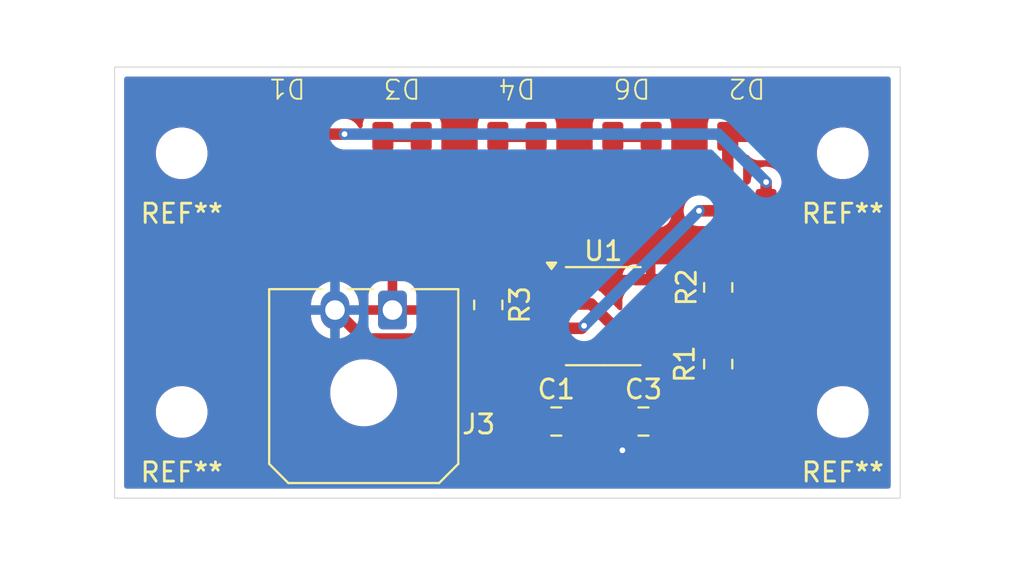
<source format=kicad_pcb>
(kicad_pcb (version 20241229) (generator "pcbnew") (generator_version "9.0")
  (layers (0 "F.Cu" signal) (2 "B.Cu" signal) (13 "F.Paste" user) (15 "B.Paste" user) (5 "F.SilkS" user "F.Silkscreen") (7 "B.SilkS" user "B.Silkscreen") (1 "F.Mask" user) (3 "B.Mask" user) (25 "Edge.Cuts" user))
  (net 0 "")
  (net 1 "GND")
  (net 2 "Net-(U1-THR)")
  (net 3 "Net-(U1-CV)")
  (net 4 "Net-(D1-A)")
  (net 5 "Net-(D1-K)")
  (net 6 "Net-(D2-A)")
  (net 7 "Net-(D3-K)")
  (net 8 "Net-(D4-K)")
  (net 9 "Net-(D6-K)")
  (net 10 "+12V")
  (net 11 "Net-(U1-DIS)")
  (footprint "MountingHole:MountingHole_2.2mm_M2" (layer "F.Cu") (at 127.5 100 180)
    (property "Reference" "REF**" (at 0 -3.15 0) (layer "F.SilkS"))
    (property "Value" "MountingHole_2.2mm_M2")
    (pad "" np_thru_hole circle (at 0 0 180) (size 2.2 2.2) (drill 2.2) (layers "*.Cu" "*.Mask"))
  )
  (footprint "FirstProject Sep6-FOOTPRINT:HSMA-A421-Y00M1" (layer "F.Cu") (at 139 96.1125 180)
    (property "Reference" "D3" (at 0 -0.5 180) (layer "F.SilkS") (effects (font (thickness 0.1))))
    (property "Value" "LED")
    (pad "1" smd roundrect (at -1 -6.5 270) (size 1.5 1.1) (layers "F.Cu" "F.Mask" "F.Paste") (roundrect_rratio 0.15) (net 7 "Net-(D3-K)"))
    (pad "2" smd roundrect (at -1 -3 270) (size 1.5 1.1) (layers "F.Cu" "F.Mask" "F.Paste") (roundrect_rratio 0.15) (net 5 "Net-(D1-K)"))
    (pad "2" smd roundrect (at 1 -6.5 270) (size 1.5 1.1) (layers "F.Cu" "F.Mask" "F.Paste") (roundrect_rratio 0.15) (net 5 "Net-(D1-K)"))
    (pad "2" smd roundrect (at 1 -3 270) (size 1.5 1.1) (layers "F.Cu" "F.Mask" "F.Paste") (roundrect_rratio 0.15) (net 5 "Net-(D1-K)"))
  )
  (footprint "FirstProject Sep6-FOOTPRINT:HSMA-A421-Y00M1" (layer "F.Cu") (at 151 96.1125 180)
    (property "Reference" "D6" (at 0 -0.5 180) (layer "F.SilkS") (effects (font (thickness 0.1))))
    (property "Value" "LED")
    (pad "1" smd roundrect (at -1 -6.5 270) (size 1.5 1.1) (layers "F.Cu" "F.Mask" "F.Paste") (roundrect_rratio 0.15) (net 9 "Net-(D6-K)"))
    (pad "2" smd roundrect (at -1 -3 270) (size 1.5 1.1) (layers "F.Cu" "F.Mask" "F.Paste") (roundrect_rratio 0.15) (net 8 "Net-(D4-K)"))
    (pad "2" smd roundrect (at 1 -6.5 270) (size 1.5 1.1) (layers "F.Cu" "F.Mask" "F.Paste") (roundrect_rratio 0.15) (net 8 "Net-(D4-K)"))
    (pad "2" smd roundrect (at 1 -3 270) (size 1.5 1.1) (layers "F.Cu" "F.Mask" "F.Paste") (roundrect_rratio 0.15) (net 8 "Net-(D4-K)"))
  )
  (footprint "MountingHole:MountingHole_2.2mm_M2" (layer "F.Cu") (at 162 100 180)
    (property "Reference" "REF**" (at 0 -3.15 0) (layer "F.SilkS"))
    (property "Value" "MountingHole_2.2mm_M2")
    (pad "" np_thru_hole circle (at 0 0 180) (size 2.2 2.2) (drill 2.2) (layers "*.Cu" "*.Mask"))
  )
  (footprint "Resistor_SMD:R_0805_2012Metric" (layer "F.Cu") (at 155.5 107 90)
    (property "Reference" "R2" (at 0 -1.65 90) (layer "F.SilkS"))
    (property "Value" "58K")
    (fp_line (start -0.227064 -0.735) (end 0.227064 -0.735) (stroke (width 0.12)) (layer "F.SilkS"))
    (fp_line (start -0.227064 0.735) (end 0.227064 0.735) (stroke (width 0.12)) (layer "F.SilkS"))
    (pad "1" smd roundrect (at -0.9125 0 90) (size 1.025 1.4) (layers "F.Cu" "F.Mask" "F.Paste") (roundrect_rratio 0.243902) (net 11 "Net-(U1-DIS)"))
    (pad "2" smd roundrect (at 0.9125 0 90) (size 1.025 1.4) (layers "F.Cu" "F.Mask" "F.Paste") (roundrect_rratio 0.243902) (net 10 "+12V"))
  )
  (footprint "Capacitor_SMD:C_0805_2012Metric" (layer "F.Cu") (at 151.6 114)
    (property "Reference" "C3" (at 0 -1.68 0) (layer "F.SilkS"))
    (property "Value" "0.01u")
    (fp_line (start -0.261252 -0.735) (end 0.261252 -0.735) (stroke (width 0.12)) (layer "F.SilkS"))
    (fp_line (start -0.261252 0.735) (end 0.261252 0.735) (stroke (width 0.12)) (layer "F.SilkS"))
    (pad "1" smd roundrect (at -0.95 0) (size 1 1.45) (layers "F.Cu" "F.Mask" "F.Paste") (net 3 "Net-(U1-CV)"))
    (pad "2" smd roundrect (at 0.95 0) (size 1 1.45) (layers "F.Cu" "F.Mask" "F.Paste") (net 1 "GND"))
  )
  (footprint "Capacitor_SMD:C_0805_2012Metric" (layer "F.Cu") (at 147.05 114)
    (property "Reference" "C1" (at 0 -1.68 0) (layer "F.SilkS"))
    (property "Value" "10u")
    (fp_line (start -0.261252 -0.735) (end 0.261252 -0.735) (stroke (width 0.12)) (layer "F.SilkS"))
    (fp_line (start -0.261252 0.735) (end 0.261252 0.735) (stroke (width 0.12)) (layer "F.SilkS"))
    (pad "1" smd roundrect (at -0.95 0) (size 1 1.45) (layers "F.Cu" "F.Mask" "F.Paste") (net 2 "Net-(U1-THR)"))
    (pad "2" smd roundrect (at 0.95 0) (size 1 1.45) (layers "F.Cu" "F.Mask" "F.Paste") (net 1 "GND"))
  )
  (footprint "FirstProject Sep6-FOOTPRINT:HSMA-A421-Y00M1" (layer "F.Cu") (at 133 96.1125 180)
    (property "Reference" "D1" (at 0 -0.5 180) (layer "F.SilkS") (effects (font (thickness 0.1))))
    (property "Value" "LED")
    (pad "1" smd roundrect (at -1 -6.5 270) (size 1.5 1.1) (layers "F.Cu" "F.Mask" "F.Paste") (roundrect_rratio 0.15) (net 5 "Net-(D1-K)"))
    (pad "2" smd roundrect (at -1 -3 270) (size 1.5 1.1) (layers "F.Cu" "F.Mask" "F.Paste") (roundrect_rratio 0.15) (net 4 "Net-(D1-A)"))
    (pad "2" smd roundrect (at 1 -6.5 270) (size 1.5 1.1) (layers "F.Cu" "F.Mask" "F.Paste") (roundrect_rratio 0.15) (net 4 "Net-(D1-A)"))
    (pad "2" smd roundrect (at 1 -3 270) (size 1.5 1.1) (layers "F.Cu" "F.Mask" "F.Paste") (roundrect_rratio 0.15) (net 4 "Net-(D1-A)"))
  )
  (footprint "Resistor_SMD:R_0805_2012Metric" (layer "F.Cu") (at 143.5 107.9125 -90)
    (property "Reference" "R3" (at 0 -1.65 90) (layer "F.SilkS"))
    (property "Value" "25")
    (fp_line (start -0.227064 0.735) (end 0.227064 0.735) (stroke (width 0.12)) (layer "F.SilkS"))
    (fp_line (start -0.227064 -0.735) (end 0.227064 -0.735) (stroke (width 0.12)) (layer "F.SilkS"))
    (pad "1" smd roundrect (at -0.9125 0 270) (size 1.025 1.4) (layers "F.Cu" "F.Mask" "F.Paste") (roundrect_rratio 0.243902) (net 9 "Net-(D6-K)"))
    (pad "2" smd roundrect (at 0.9125 0 270) (size 1.025 1.4) (layers "F.Cu" "F.Mask" "F.Paste") (roundrect_rratio 0.243902) (net 1 "GND"))
  )
  (footprint "MountingHole:MountingHole_2.2mm_M2" (layer "F.Cu") (at 127.5 113.5 180)
    (property "Reference" "REF**" (at 0 -3.15 0) (layer "F.SilkS"))
    (property "Value" "MountingHole_2.2mm_M2")
    (pad "" np_thru_hole circle (at 0 0 180) (size 2.2 2.2) (drill 2.2) (layers "*.Cu" "*.Mask"))
  )
  (footprint "MountingHole:MountingHole_2.2mm_M2" (layer "F.Cu") (at 162 113.5 180)
    (property "Reference" "REF**" (at 0 -3.15 0) (layer "F.SilkS"))
    (property "Value" "MountingHole_2.2mm_M2")
    (pad "" np_thru_hole circle (at 0 0 180) (size 2.2 2.2) (drill 2.2) (layers "*.Cu" "*.Mask"))
  )
  (footprint "Connector_Molex:Molex_Micro-Fit_3.0_43650-0200_1x02_P3.00mm_Horizontal" (layer "F.Cu") (at 138.5 108.18 180)
    (property "Reference" "J3" (at -4.5 -5.965 0) (layer "F.SilkS"))
    (property "Value" "Conn_01x02_Socket")
    (fp_line (start 6.435 1.09) (end 3.651767 1.09) (stroke (width 0.12)) (layer "F.SilkS"))
    (fp_line (start 6.435 -8.03) (end 6.435 1.09) (stroke (width 0.12)) (layer "F.SilkS"))
    (fp_line (start 5.435 -9.03) (end 6.435 -8.03) (stroke (width 0.12)) (layer "F.SilkS"))
    (fp_line (start 1.01 1.09) (end 2.348233 1.09) (stroke (width 0.12)) (layer "F.SilkS"))
    (fp_line (start -2.435 -9.03) (end 5.435 -9.03) (stroke (width 0.12)) (layer "F.SilkS"))
    (fp_line (start -3.435 1.09) (end -1.01 1.09) (stroke (width 0.12)) (layer "F.SilkS"))
    (fp_line (start -3.435 1.09) (end -3.435 -8.03) (stroke (width 0.12)) (layer "F.SilkS"))
    (fp_line (start -3.435 -8.03) (end -2.435 -9.03) (stroke (width 0.12)) (layer "F.SilkS"))
    (pad "" np_thru_hole circle (at 1.5 -4.32 180) (size 3 3) (drill 3) (layers "*.Cu" "*.Mask"))
    (pad "1" thru_hole roundrect (at 0 0 180) (size 1.5 2.02) (drill 1.02) (layers "*.Cu" "*.Mask") (roundrect_rratio 0.166667) (net 10 "+12V"))
    (pad "2" thru_hole oval (at 3 0 180) (size 1.5 2.02) (drill 1.02) (layers "*.Cu" "*.Mask") (net 1 "GND"))
  )
  (footprint "Package_SO:SOIC-8_3.9x4.9mm_P1.27mm" (layer "F.Cu") (at 149.5 108.5)
    (property "Reference" "U1" (at 0 -3.4 0) (layer "F.SilkS"))
    (property "Value" "LM555xM")
    (fp_line (start 0 -2.56) (end -1.95 -2.56) (stroke (width 0.12)) (layer "F.SilkS"))
    (fp_line (start 0 -2.56) (end 1.95 -2.56) (stroke (width 0.12)) (layer "F.SilkS"))
    (fp_line (start 0 2.56) (end -1.95 2.56) (stroke (width 0.12)) (layer "F.SilkS"))
    (fp_line (start 0 2.56) (end 1.95 2.56) (stroke (width 0.12)) (layer "F.SilkS"))
    (fp_poly (pts (xy -2.7 -2.465) (xy -2.94 -2.795) (xy -2.46 -2.795)) (stroke (width 0.12)) (fill yes) (layer "F.SilkS"))
    (pad "1" smd roundrect (at -2.475 -1.905) (size 1.95 0.6) (layers "F.Cu" "F.Mask" "F.Paste") (net 1 "GND"))
    (pad "2" smd roundrect (at -2.475 -0.635) (size 1.95 0.6) (layers "F.Cu" "F.Mask" "F.Paste") (net 2 "Net-(U1-THR)"))
    (pad "3" smd roundrect (at -2.475 0.635) (size 1.95 0.6) (layers "F.Cu" "F.Mask" "F.Paste") (net 6 "Net-(D2-A)"))
    (pad "4" smd roundrect (at -2.475 1.905) (size 1.95 0.6) (layers "F.Cu" "F.Mask" "F.Paste") (net 10 "+12V"))
    (pad "5" smd roundrect (at 2.475 1.905) (size 1.95 0.6) (layers "F.Cu" "F.Mask" "F.Paste") (net 3 "Net-(U1-CV)"))
    (pad "6" smd roundrect (at 2.475 0.635) (size 1.95 0.6) (layers "F.Cu" "F.Mask" "F.Paste") (net 2 "Net-(U1-THR)"))
    (pad "7" smd roundrect (at 2.475 -0.635) (size 1.95 0.6) (layers "F.Cu" "F.Mask" "F.Paste") (net 11 "Net-(U1-DIS)"))
    (pad "8" smd roundrect (at 2.475 -1.905) (size 1.95 0.6) (layers "F.Cu" "F.Mask" "F.Paste") (net 10 "+12V"))
  )
  (footprint "FirstProject Sep6-FOOTPRINT:HSMA-A421-Y00M1" (layer "F.Cu") (at 157 96.1125 180)
    (property "Reference" "D2" (at 0 -0.5 180) (layer "F.SilkS") (effects (font (thickness 0.1))))
    (property "Value" "LED")
    (pad "1" smd roundrect (at -1 -6.5 270) (size 1.5 1.1) (layers "F.Cu" "F.Mask" "F.Paste") (roundrect_rratio 0.15) (net 4 "Net-(D1-A)"))
    (pad "2" smd roundrect (at -1 -3 270) (size 1.5 1.1) (layers "F.Cu" "F.Mask" "F.Paste") (roundrect_rratio 0.15) (net 6 "Net-(D2-A)"))
    (pad "2" smd roundrect (at 1 -6.5 270) (size 1.5 1.1) (layers "F.Cu" "F.Mask" "F.Paste") (roundrect_rratio 0.15) (net 6 "Net-(D2-A)"))
    (pad "2" smd roundrect (at 1 -3 270) (size 1.5 1.1) (layers "F.Cu" "F.Mask" "F.Paste") (roundrect_rratio 0.15) (net 6 "Net-(D2-A)"))
  )
  (footprint "Resistor_SMD:R_0805_2012Metric" (layer "F.Cu") (at 155.5 111 90)
    (property "Reference" "R1" (at 0 -1.75 90) (layer "F.SilkS"))
    (property "Value" "115K")
    (fp_line (start -0.227064 -0.735) (end 0.227064 -0.735) (stroke (width 0.12)) (layer "F.SilkS"))
    (fp_line (start -0.227064 0.735) (end 0.227064 0.735) (stroke (width 0.12)) (layer "F.SilkS"))
    (pad "1" smd roundrect (at -0.9125 0 90) (size 1.025 1.4) (layers "F.Cu" "F.Mask" "F.Paste") (roundrect_rratio 0.243902) (net 2 "Net-(U1-THR)"))
    (pad "2" smd roundrect (at 0.9125 0 90) (size 1.025 1.4) (layers "F.Cu" "F.Mask" "F.Paste") (roundrect_rratio 0.243902) (net 11 "Net-(U1-DIS)"))
  )
  (footprint "FirstProject Sep6-FOOTPRINT:HSMA-A421-Y00M1" (layer "F.Cu") (at 145 96.1125 180)
    (property "Reference" "D4" (at 0 -0.5 180) (layer "F.SilkS") (effects (font (thickness 0.1))))
    (property "Value" "LED")
    (pad "1" smd roundrect (at -1 -6.5 270) (size 1.5 1.1) (layers "F.Cu" "F.Mask" "F.Paste") (roundrect_rratio 0.15) (net 8 "Net-(D4-K)"))
    (pad "2" smd roundrect (at -1 -3 270) (size 1.5 1.1) (layers "F.Cu" "F.Mask" "F.Paste") (roundrect_rratio 0.15) (net 7 "Net-(D3-K)"))
    (pad "2" smd roundrect (at 1 -6.5 270) (size 1.5 1.1) (layers "F.Cu" "F.Mask" "F.Paste") (roundrect_rratio 0.15) (net 7 "Net-(D3-K)"))
    (pad "2" smd roundrect (at 1 -3 270) (size 1.5 1.1) (layers "F.Cu" "F.Mask" "F.Paste") (roundrect_rratio 0.15) (net 7 "Net-(D3-K)"))
  )
  (gr_rect (start 124 95.5) (end 165 118) (stroke (width 0.05)) (fill no) (layer "Edge.Cuts"))
  (segment (start 148 114) (end 149.5 115.5) (width 0.6) (layer "F.Cu") (net 1))
  (segment (start 143.5 108.825) (end 142.634 109.691) (width 0.6) (layer "F.Cu") (net 1))
  (segment (start 152.55 114) (end 151.05 115.5) (width 0.6) (layer "F.Cu") (net 1))
  (segment (start 137.011 109.691) (end 135.5 108.18) (width 0.6) (layer "F.Cu") (net 1))
  (segment (start 145.73 106.595) (end 143.5 108.825) (width 0.6) (layer "F.Cu") (net 1))
  (segment (start 151.05 115.5) (end 150.5 115.5) (width 0.6) (layer "F.Cu") (net 1))
  (segment (start 142.634 109.691) (end 137.011 109.691) (width 0.6) (layer "F.Cu") (net 1))
  (segment (start 147.025 106.595) (end 145.73 106.595) (width 0.6) (layer "F.Cu") (net 1))
  (segment (start 149.5 115.5) (end 150.5 115.5) (width 0.6) (layer "F.Cu") (net 1))
  (via (at 150.5 115.5) (size 0.5) (drill 0.3) (layers "F.Cu" "B.Cu") (net 1))
  (segment (start 150.5 109.135) (end 151.975 109.135) (width 0.6) (layer "F.Cu") (net 2))
  (segment (start 150.5 109.6) (end 150.5 109.135) (width 0.6) (layer "F.Cu") (net 2))
  (segment (start 146.39519 107.865) (end 147.025 107.865) (width 0.6) (layer "F.Cu") (net 2))
  (segment (start 148.865 107.865) (end 150.135 109.135) (width 0.6) (layer "F.Cu") (net 2))
  (segment (start 152.7225 109.135) (end 151.975 109.135) (width 0.6) (layer "F.Cu") (net 2))
  (segment (start 155.5 111.9125) (end 152.7225 109.135) (width 0.6) (layer "F.Cu") (net 2))
  (segment (start 150.135 109.135) (end 150.5 109.135) (width 0.6) (layer "F.Cu") (net 2))
  (segment (start 147.025 107.865) (end 148.865 107.865) (width 0.6) (layer "F.Cu") (net 2))
  (segment (start 146.1 114) (end 150.5 109.6) (width 0.6) (layer "F.Cu") (net 2))
  (segment (start 150.65 114) (end 150.65 111.73) (width 0.6) (layer "F.Cu") (net 3))
  (segment (start 150.65 111.73) (end 151.975 110.405) (width 0.6) (layer "F.Cu") (net 3))
  (segment (start 134.1125 99) (end 134 99.1125) (width 0.6) (layer "F.Cu") (net 4))
  (segment (start 132 102.6125) (end 132 99.1125) (width 0.6) (layer "F.Cu") (net 4))
  (segment (start 136 99) (end 134.1125 99) (width 0.6) (layer "F.Cu") (net 4))
  (segment (start 132 99.1125) (end 134 99.1125) (width 0.6) (layer "F.Cu") (net 4))
  (segment (start 158 102.6125) (end 158 101.5) (width 0.6) (layer "F.Cu") (net 4))
  (via (at 158 101.5) (size 0.5) (drill 0.3) (layers "F.Cu" "B.Cu") (net 4))
  (via (at 136 99) (size 0.5) (drill 0.3) (layers "F.Cu" "B.Cu") (net 4))
  (segment (start 155.5 99) (end 136 99) (width 0.6) (layer "B.Cu") (net 4))
  (segment (start 158 101.5) (end 155.5 99) (width 0.6) (layer "B.Cu") (net 4))
  (segment (start 138 99.1125) (end 138 102.6125) (width 0.6) (layer "F.Cu") (net 5))
  (segment (start 138 102.6125) (end 134 102.6125) (width 0.6) (layer "F.Cu") (net 5))
  (segment (start 140 99.1125) (end 138 99.1125) (width 0.6) (layer "F.Cu") (net 5))
  (segment (start 147.025 109.135) (end 148.365 109.135) (width 0.6) (layer "F.Cu") (net 6))
  (segment (start 155.6125 103) (end 156 102.6125) (width 0.6) (layer "F.Cu") (net 6))
  (segment (start 156 99.1125) (end 158 99.1125) (width 0.6) (layer "F.Cu") (net 6))
  (segment (start 156 102.6125) (end 156 99.1125) (width 0.6) (layer "F.Cu") (net 6))
  (segment (start 148.365 109.135) (end 148.5 109) (width 0.6) (layer "F.Cu") (net 6))
  (segment (start 154.5 103) (end 155.6125 103) (width 0.6) (layer "F.Cu") (net 6))
  (via (at 154.5 103) (size 0.5) (drill 0.3) (layers "F.Cu" "B.Cu") (net 6))
  (via (at 148.5 109) (size 0.5) (drill 0.3) (layers "F.Cu" "B.Cu") (net 6))
  (segment (start 148.5 109) (end 154.5 103) (width 0.6) (layer "B.Cu") (net 6))
  (segment (start 144 99.1125) (end 144 102.6125) (width 0.6) (layer "F.Cu") (net 7))
  (segment (start 146 99.1125) (end 144 99.1125) (width 0.6) (layer "F.Cu") (net 7))
  (segment (start 140 102.6125) (end 144 102.6125) (width 0.6) (layer "F.Cu") (net 7))
  (segment (start 150 102.6125) (end 150 99.1125) (width 0.6) (layer "F.Cu") (net 8))
  (segment (start 152 99.1125) (end 150 99.1125) (width 0.6) (layer "F.Cu") (net 8))
  (segment (start 146 102.6125) (end 150 102.6125) (width 0.6) (layer "F.Cu") (net 8))
  (segment (start 146.5 104) (end 150.6125 104) (width 0.6) (layer "F.Cu") (net 9))
  (segment (start 150.6125 104) (end 152 102.6125) (width 0.6) (layer "F.Cu") (net 9))
  (segment (start 143.5 107) (end 146.5 104) (width 0.6) (layer "F.Cu") (net 9))
  (segment (start 155.5 110.0875) (end 155.5 107.9125) (width 0.6) (layer "F.Cu") (net 11))
  (segment (start 152.0225 107.9125) (end 151.975 107.865) (width 0.6) (layer "F.Cu") (net 11))
  (segment (start 155.5 107.9125) (end 152.0225 107.9125) (width 0.6) (layer "F.Cu") (net 11))
  (zone (net 10) (net_name "+12V") (layer "F.Cu") (connect_pads (clearance 0.5)) (min_thickness 0.25) (fill yes (thermal_gap 0.5) (thermal_bridge_width 0.5))
    (polygon (pts (xy 123.290424 94.5) (xy 165.790424 94.5) (xy 165.790424 119) (xy 123.290424 119)))
  )
  (zone (net 1) (net_name "GND") (layer "B.Cu") (priority 1) (connect_pads (clearance 0.5)) (min_thickness 0.25) (fill yes (thermal_gap 0.5) (thermal_bridge_width 0.5))
    (polygon (pts (xy 120.5 92) (xy 168 92) (xy 168 121.5) (xy 120.5 121.5)))
  )
)
</source>
